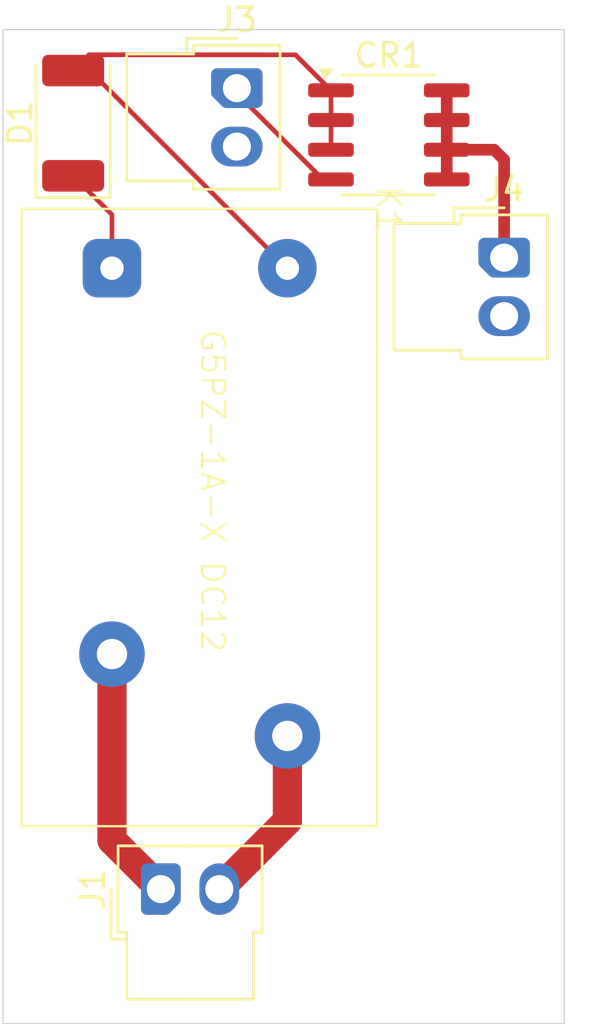
<source format=kicad_pcb>
(kicad_pcb (version 20240108) (generator "pcbnew") (generator_version "8.0")
  (layers (0 "F.Cu" signal) (31 "B.Cu" signal) (34 "B.Paste" user) (35 "F.Paste" user) (36 "B.SilkS" user "B.Silkscreen") (37 "F.SilkS" user "F.Silkscreen") (38 "B.Mask" user) (39 "F.Mask" user) (44 "Edge.Cuts" user))
  (net 0 "")
  (net 1 "GND")
  (net 2 "Shutdown")
  (net 3 "/BAT+_RES")
  (net 4 "/TS+_RES")
  (net 5 "AIRS+")
  (net 6 "/Precharge Control")
  (footprint "Connector_Molex:Molex_Nano-Fit_105309-xx02_1x02_P2.50mm_Vertical" (layer "F.Cu") (at 65.75 79.25 90)
    (property "Reference" "J1" (at 0 -2.92 90) (layer "F.SilkS"))
    (property "Value" "Conn_01x02")
    (fp_line (start 0 -2.13) (end -2.15 -2.13) (stroke (width 0.12)) (layer "F.SilkS"))
    (fp_line (start -2.15 -2.13) (end -2.15 -1.46) (stroke (width 0.12)) (layer "F.SilkS"))
    (fp_line (start 1.85 -1.83) (end -1.85 -1.83) (stroke (width 0.12)) (layer "F.SilkS"))
    (fp_line (start -1.85 -1.83) (end -1.85 -1.46) (stroke (width 0.12)) (layer "F.SilkS"))
    (fp_line (start -1.85 -1.46) (end -4.71 -1.46) (stroke (width 0.12)) (layer "F.SilkS"))
    (fp_line (start -4.71 -1.46) (end -4.71 1.25) (stroke (width 0.12)) (layer "F.SilkS"))
    (fp_line (start 1.85 1.25) (end 1.85 -1.83) (stroke (width 0.12)) (layer "F.SilkS"))
    (fp_line (start 1.85 1.25) (end 1.85 4.33) (stroke (width 0.12)) (layer "F.SilkS"))
    (fp_line (start -1.85 3.96) (end -4.71 3.96) (stroke (width 0.12)) (layer "F.SilkS"))
    (fp_line (start -4.71 3.96) (end -4.71 1.25) (stroke (width 0.12)) (layer "F.SilkS"))
    (fp_line (start 1.85 4.33) (end -1.85 4.33) (stroke (width 0.12)) (layer "F.SilkS"))
    (fp_line (start -1.85 4.33) (end -1.85 3.96) (stroke (width 0.12)) (layer "F.SilkS"))
    (pad "" np_thru_hole circle (at -1.34 1.25 90) (size 1.3 1.3) (drill 1.3) (layers "*.Cu" "*.Mask"))
    (pad "1" thru_hole custom (at 0 0 90) (size 1.417157 1.417157) (drill 1.2) (layers "*.Cu" "*.Mask") (net 4 "/TS+_RES") (options (clearance outline) (anchor circle)) (primitives (gr_poly (pts (xy 0.85 0.6) (xy -0.45 0.6) (xy -0.85 0.2) (xy -0.85 -0.6) (xy 0.85 -0.6)) (width 0.5) (fill yes))))
    (pad "2" thru_hole oval (at 0 2.5 90) (size 2.2 1.7) (drill 1.2) (layers "*.Cu" "*.Mask") (net 3 "/BAT+_RES"))
  )
  (footprint "Package_SO:SOIC-8_3.9x4.9mm_P1.27mm" (layer "F.Cu") (at 75.5 47)
    (property "Reference" "CR1" (at 0 -3.4 0) (layer "F.SilkS"))
    (property "Value" "STS6NF20V" (hide yes))
    (fp_line (start 0 -2.56) (end -1.95 -2.56) (stroke (width 0.12)) (layer "F.SilkS"))
    (fp_line (start 0 -2.56) (end 1.95 -2.56) (stroke (width 0.12)) (layer "F.SilkS"))
    (fp_line (start 0 2.56) (end -1.95 2.56) (stroke (width 0.12)) (layer "F.SilkS"))
    (fp_line (start 0 2.56) (end 1.95 2.56) (stroke (width 0.12)) (layer "F.SilkS"))
    (fp_poly (pts (xy -2.7 -2.465) (xy -2.94 -2.795) (xy -2.46 -2.795) (xy -2.7 -2.465)) (stroke (width 0.12)) (fill solid) (layer "F.SilkS"))
    (pad "1" smd roundrect (at -2.475 -1.905) (size 1.95 0.6) (layers "F.Cu" "F.Paste" "F.Mask") (net 1 "GND"))
    (pad "2" smd roundrect (at -2.475 -0.635) (size 1.95 0.6) (layers "F.Cu" "F.Paste" "F.Mask") (net 1 "GND"))
    (pad "3" smd roundrect (at -2.475 0.635) (size 1.95 0.6) (layers "F.Cu" "F.Paste" "F.Mask") (net 1 "GND"))
    (pad "4" smd roundrect (at -2.475 1.905) (size 1.95 0.6) (layers "F.Cu" "F.Paste" "F.Mask") (net 6 "/Precharge Control"))
    (pad "5" smd roundrect (at 2.475 1.905) (size 1.95 0.6) (layers "F.Cu" "F.Paste" "F.Mask") (net 5 "AIRS+"))
    (pad "6" smd roundrect (at 2.475 0.635) (size 1.95 0.6) (layers "F.Cu" "F.Paste" "F.Mask") (net 5 "AIRS+"))
    (pad "7" smd roundrect (at 2.475 -0.635) (size 1.95 0.6) (layers "F.Cu" "F.Paste" "F.Mask") (net 5 "AIRS+"))
    (pad "8" smd roundrect (at 2.475 -1.905) (size 1.95 0.6) (layers "F.Cu" "F.Paste" "F.Mask") (net 5 "AIRS+"))
  )
  (footprint "FS_3_Global_Footprint_Library:G5PZ-1A-X DC12" (layer "F.Cu") (at 75 50.16 -90)
    (property "Reference" "K1" (at 0 -0.5 -90) (layer "F.SilkS") (effects (font (thickness 0.1))))
    (property "Value" "Relay_SPST-NO" (hide yes))
    (fp_rect (start 0 0) (end 26.4 15.2) (stroke (width 0.1)) (fill none) (layer "F.SilkS"))
    (fp_text user "G5PZ-1A-X DC12" (at 5.08 7.62 -90) (layer "F.SilkS") (effects (font (thickness 0.1)) (justify left bottom)))
    (pad "1" thru_hole roundrect (at 2.54 11.34 270) (size 2.5 2.5) (drill 1) (layers "*.Cu" "*.Mask") (net 2 "Shutdown"))
    (pad "2" thru_hole circle (at 19.04 11.34 270) (size 2.8 2.8) (drill 1.3) (layers "*.Cu" "*.Mask") (net 4 "/TS+_RES"))
    (pad "3" thru_hole circle (at 22.54 3.84 270) (size 2.8 2.8) (drill 1.3) (layers "*.Cu" "*.Mask") (net 3 "/BAT+_RES"))
    (pad "4" thru_hole circle (at 2.54 3.84 270) (size 2.5 2.5) (drill 1) (layers "*.Cu" "*.Mask") (net 1 "GND"))
  )
  (footprint "Connector_Molex:Molex_Nano-Fit_105309-xx02_1x02_P2.50mm_Vertical" (layer "F.Cu") (at 80.43 52.25)
    (property "Reference" "J4" (at 0 -2.92 360) (layer "F.SilkS"))
    (property "Value" "Conn_01x01")
    (fp_line (start -4.71 -1.46) (end -4.71 1.25) (stroke (width 0.12)) (layer "F.SilkS"))
    (fp_line (start -4.71 3.96) (end -4.71 1.25) (stroke (width 0.12)) (layer "F.SilkS"))
    (fp_line (start -2.15 -2.13) (end -2.15 -1.46) (stroke (width 0.12)) (layer "F.SilkS"))
    (fp_line (start -1.85 -1.83) (end -1.85 -1.46) (stroke (width 0.12)) (layer "F.SilkS"))
    (fp_line (start -1.85 -1.46) (end -4.71 -1.46) (stroke (width 0.12)) (layer "F.SilkS"))
    (fp_line (start -1.85 3.96) (end -4.71 3.96) (stroke (width 0.12)) (layer "F.SilkS"))
    (fp_line (start -1.85 4.33) (end -1.85 3.96) (stroke (width 0.12)) (layer "F.SilkS"))
    (fp_line (start 0 -2.13) (end -2.15 -2.13) (stroke (width 0.12)) (layer "F.SilkS"))
    (fp_line (start 1.85 -1.83) (end -1.85 -1.83) (stroke (width 0.12)) (layer "F.SilkS"))
    (fp_line (start 1.85 1.25) (end 1.85 -1.83) (stroke (width 0.12)) (layer "F.SilkS"))
    (fp_line (start 1.85 1.25) (end 1.85 4.33) (stroke (width 0.12)) (layer "F.SilkS"))
    (fp_line (start 1.85 4.33) (end -1.85 4.33) (stroke (width 0.12)) (layer "F.SilkS"))
    (pad "" np_thru_hole circle (at -1.34 1.25) (size 1.3 1.3) (drill 1.3) (layers "*.Cu" "*.Mask"))
    (pad "1" thru_hole custom (at 0 0) (size 1.417157 1.417157) (drill 1.2) (layers "*.Cu" "*.Mask") (net 5 "AIRS+") (options (clearance outline) (anchor circle)) (primitives (gr_poly (pts (xy 0.85 0.6) (xy -0.45 0.6) (xy -0.85 0.2) (xy -0.85 -0.6) (xy 0.85 -0.6)) (width 0.5) (fill yes))))
    (pad "2" thru_hole oval (at 0 2.5) (size 2.2 1.7) (drill 1.2) (layers "*.Cu" "*.Mask"))
  )
  (footprint "Connector_Molex:Molex_Nano-Fit_105309-xx02_1x02_P2.50mm_Vertical" (layer "F.Cu") (at 69 45)
    (property "Reference" "J3" (at 0 -2.92 0) (layer "F.SilkS"))
    (property "Value" "Conn_01x01")
    (fp_line (start -4.71 -1.46) (end -4.71 1.25) (stroke (width 0.12)) (layer "F.SilkS"))
    (fp_line (start -4.71 3.96) (end -4.71 1.25) (stroke (width 0.12)) (layer "F.SilkS"))
    (fp_line (start -2.15 -2.13) (end -2.15 -1.46) (stroke (width 0.12)) (layer "F.SilkS"))
    (fp_line (start -1.85 -1.83) (end -1.85 -1.46) (stroke (width 0.12)) (layer "F.SilkS"))
    (fp_line (start -1.85 -1.46) (end -4.71 -1.46) (stroke (width 0.12)) (layer "F.SilkS"))
    (fp_line (start -1.85 3.96) (end -4.71 3.96) (stroke (width 0.12)) (layer "F.SilkS"))
    (fp_line (start -1.85 4.33) (end -1.85 3.96) (stroke (width 0.12)) (layer "F.SilkS"))
    (fp_line (start 0 -2.13) (end -2.15 -2.13) (stroke (width 0.12)) (layer "F.SilkS"))
    (fp_line (start 1.85 -1.83) (end -1.85 -1.83) (stroke (width 0.12)) (layer "F.SilkS"))
    (fp_line (start 1.85 1.25) (end 1.85 -1.83) (stroke (width 0.12)) (layer "F.SilkS"))
    (fp_line (start 1.85 1.25) (end 1.85 4.33) (stroke (width 0.12)) (layer "F.SilkS"))
    (fp_line (start 1.85 4.33) (end -1.85 4.33) (stroke (width 0.12)) (layer "F.SilkS"))
    (pad "" np_thru_hole circle (at -1.34 1.25) (size 1.3 1.3) (drill 1.3) (layers "*.Cu" "*.Mask"))
    (pad "1" thru_hole custom (at 0 0) (size 1.417157 1.417157) (drill 1.2) (layers "*.Cu" "*.Mask") (net 6 "/Precharge Control") (options (clearance outline) (anchor circle)) (primitives (gr_poly (pts (xy 0.85 0.6) (xy -0.45 0.6) (xy -0.85 0.2) (xy -0.85 -0.6) (xy 0.85 -0.6)) (width 0.5) (fill yes))))
    (pad "2" thru_hole oval (at 0 2.5) (size 2.2 1.7) (drill 1.2) (layers "*.Cu" "*.Mask"))
  )
  (footprint "Diode_SMD:D_2010_5025Metric" (layer "F.Cu") (at 62 46.5 90)
    (property "Reference" "D1" (at 0 -2.28 90) (layer "F.SilkS"))
    (property "Value" "D")
    (fp_line (start 2.5 -1.585) (end -3.185 -1.585) (stroke (width 0.12)) (layer "F.SilkS"))
    (fp_line (start -3.185 -1.585) (end -3.185 1.585) (stroke (width 0.12)) (layer "F.SilkS"))
    (fp_line (start -3.185 1.585) (end 2.5 1.585) (stroke (width 0.12)) (layer "F.SilkS"))
    (pad "1" smd roundrect (at -2.25 0 90) (size 1.35 2.65) (layers "F.Cu" "F.Paste" "F.Mask") (roundrect_rratio 0.185185) (net 2 "Shutdown"))
    (pad "2" smd roundrect (at 2.25 0 90) (size 1.35 2.65) (layers "F.Cu" "F.Paste" "F.Mask") (roundrect_rratio 0.185185) (net 1 "GND"))
  )
  (gr_rect (start 59 42.5) (end 83 85) (stroke (width 0.05)) (fill none) (layer "Edge.Cuts"))
  (segment (start 73.025 46.365) (end 73.025 45.095) (width 0.2) (layer "F.Cu") (net 1))
  (segment (start 69.816824 43.575) (end 62.675 43.575) (width 0.2) (layer "F.Cu") (net 1))
  (segment (start 71.505 43.575) (end 73.025 45.095) (width 0.2) (layer "F.Cu") (net 1))
  (segment (start 62.675 43.575) (end 71.505 43.575) (width 0.2) (layer "F.Cu") (net 1))
  (segment (start 71.16 52.7) (end 62.71 44.25) (width 0.2) (layer "F.Cu") (net 1))
  (segment (start 73.025 47.635) (end 73.025 46.365) (width 0.2) (layer "F.Cu") (net 1))
  (segment (start 62.71 44.25) (end 62 44.25) (width 0.2) (layer "F.Cu") (net 1))
  (segment (start 62.675 43.575) (end 62 44.25) (width 0.2) (layer "F.Cu") (net 1))
  (segment (start 70.235 43.575) (end 62.675 43.575) (width 0.2) (layer "F.Cu") (net 1))
  (segment (start 63.66 50.41) (end 62 48.75) (width 0.2) (layer "F.Cu") (net 2))
  (segment (start 63.66 52.7) (end 63.66 50.41) (width 0.2) (layer "F.Cu") (net 2))
  (segment (start 71.16 72.7) (end 71.16 76.34) (width 1.25) (layer "F.Cu") (net 3))
  (segment (start 71.16 76.34) (end 68.25 79.25) (width 1.25) (layer "F.Cu") (net 3))
  (segment (start 63.66 69.2) (end 63.66 77.16) (width 1.25) (layer "F.Cu") (net 4))
  (segment (start 63.66 77.16) (end 65.75 79.25) (width 1.25) (layer "F.Cu") (net 4))
  (segment (start 80.43 48.065) (end 80.43 52.25) (width 0.5) (layer "F.Cu") (net 5))
  (segment (start 77.975 46.365) (end 77.975 47.635) (width 0.5) (layer "F.Cu") (net 5))
  (segment (start 80 47.635) (end 80.43 48.065) (width 0.5) (layer "F.Cu") (net 5))
  (segment (start 77.975 47.635) (end 77.975 48.905) (width 0.5) (layer "F.Cu") (net 5))
  (segment (start 77.975 45.095) (end 77.975 46.365) (width 0.5) (layer "F.Cu") (net 5))
  (segment (start 77.975 47.635) (end 80 47.635) (width 0.5) (layer "F.Cu") (net 5))
  (segment (start 69 45.225552) (end 72.679448 48.905) (width 0.2) (layer "F.Cu") (net 6))
  (segment (start 72.679448 48.905) (end 73.025 48.905) (width 0.2) (layer "F.Cu") (net 6))
  (segment (start 69 45) (end 69 45.225552) (width 0.2) (layer "F.Cu") (net 6))
)
</source>
